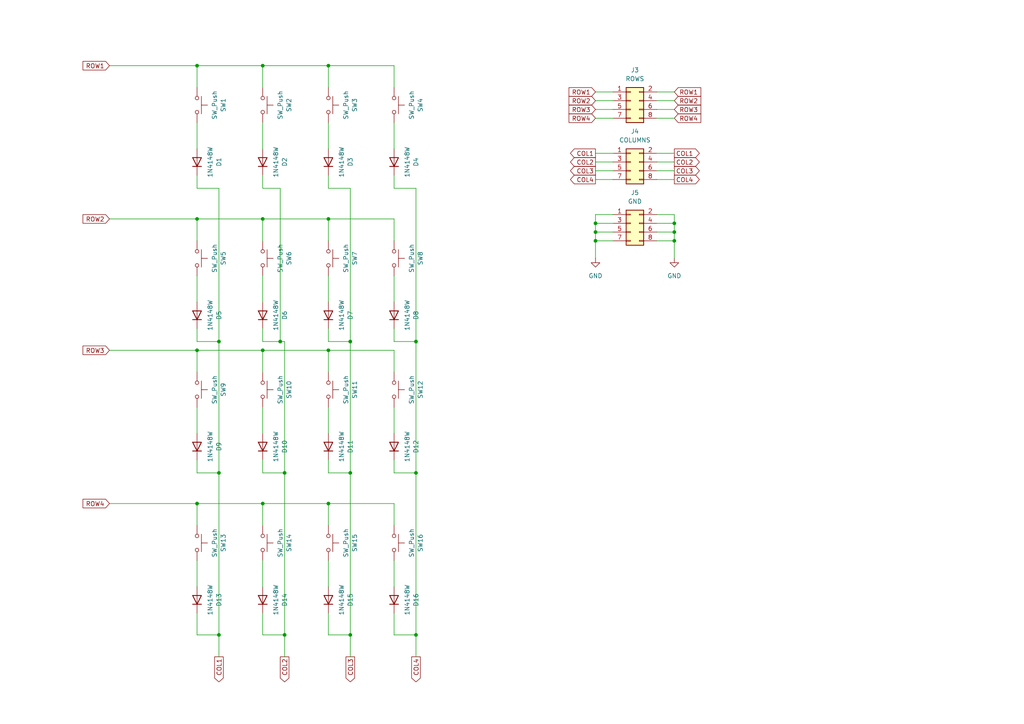
<source format=kicad_sch>
(kicad_sch (version 20250114) (generator "eeschema") (generator_version "9.0")
  (paper "A4")
  (lib_symbols
    (symbol "Connector_Generic:Conn_02x04_Odd_Even" (pin_names (offset 1.016) (hide yes))
      (property "Reference" "J" (at 1.27 5.08 0))
      (property "Value" "Conn_02x04_Odd_Even" (at 1.27 -7.62 0))
      (symbol "Conn_02x04_Odd_Even_1_1"
        (rectangle (start -1.27 3.81) (end 3.81 -6.35) (stroke (width 0.254)) (fill (type background)))
        (rectangle (start -1.27 2.667) (end 0 2.413) (stroke (width 0.1524)))
        (rectangle (start -1.27 0.127) (end 0 -0.127) (stroke (width 0.1524)))
        (rectangle (start -1.27 -2.413) (end 0 -2.667) (stroke (width 0.1524)))
        (rectangle (start -1.27 -4.953) (end 0 -5.207) (stroke (width 0.1524)))
        (rectangle (start 3.81 2.667) (end 2.54 2.413) (stroke (width 0.1524)))
        (rectangle (start 3.81 0.127) (end 2.54 -0.127) (stroke (width 0.1524)))
        (rectangle (start 3.81 -2.413) (end 2.54 -2.667) (stroke (width 0.1524)))
        (rectangle (start 3.81 -4.953) (end 2.54 -5.207) (stroke (width 0.1524)))
        (pin passive line (at -5.08 2.54 0) (length 3.81) (name "Pin_1") (number "1"))
        (pin passive line (at -5.08 0 0) (length 3.81) (name "Pin_3") (number "3"))
        (pin passive line (at -5.08 -2.54 0) (length 3.81) (name "Pin_5") (number "5"))
        (pin passive line (at -5.08 -5.08 0) (length 3.81) (name "Pin_7") (number "7"))
        (pin passive line (at 7.62 2.54 180) (length 3.81) (name "Pin_2") (number "2"))
        (pin passive line (at 7.62 0 180) (length 3.81) (name "Pin_4") (number "4"))
        (pin passive line (at 7.62 -2.54 180) (length 3.81) (name "Pin_6") (number "6"))
        (pin passive line (at 7.62 -5.08 180) (length 3.81) (name "Pin_8") (number "8"))
      )
    )
    (symbol "Diode:1N4148W" (pin_numbers (hide yes)) (pin_names (hide yes))
      (property "Reference" "D" (at 0 2.54 0))
      (property "Value" "1N4148W" (at 0 -2.54 0))
      (symbol "1N4148W_0_1"
        (polyline (pts (xy -1.27 1.27) (xy -1.27 -1.27)) (stroke (width 0.254)))
        (polyline (pts (xy 1.27 1.27) (xy 1.27 -1.27) (xy -1.27 0) (xy 1.27 1.27)) (stroke (width 0.254)))
        (polyline (pts (xy 1.27 0) (xy -1.27 0)))
      )
      (symbol "1N4148W_1_1"
        (pin passive line (at -3.81 0 0) (length 2.54) (name "K") (number "1"))
        (pin passive line (at 3.81 0 180) (length 2.54) (name "A") (number "2"))
      )
    )
    (symbol "Switch:SW_Push" (pin_numbers (hide yes)) (pin_names (offset 1.016) (hide yes))
      (property "Reference" "SW" (at 1.27 2.54 0))
      (property "Value" "SW_Push" (at 0 -1.524 0))
      (symbol "SW_Push_0_1"
        (circle (center -2.032 0) (radius 0.508))
        (polyline (pts (xy 0 1.27) (xy 0 3.048)))
        (circle (center 2.032 0) (radius 0.508))
        (polyline (pts (xy 2.54 1.27) (xy -2.54 1.27)))
        (pin passive line (at -5.08 0 0) (length 2.54) (name "1") (number "1"))
        (pin passive line (at 5.08 0 180) (length 2.54) (name "2") (number "2"))
      )
    )
    (symbol "power:GND" (power) (pin_numbers (hide yes)) (pin_names (offset 0) (hide yes))
      (property "Value" "GND" (at 0 -3.81 0))
      (symbol "GND_0_1"
        (polyline (pts (xy 0 0) (xy 0 -1.27) (xy 1.27 -1.27) (xy 0 -2.54) (xy -1.27 -1.27) (xy 0 -1.27)))
      )
      (symbol "GND_1_1"
        (pin power_in line (at 0 0 270) (length 0) (name "~") (number "1"))
      )
    )
  )
  (junction (at 101.6 99.06))
  (junction (at 82.55 184.15))
  (junction (at 120.65 99.06))
  (junction (at 195.58 67.31))
  (junction (at 95.25 63.5))
  (junction (at 101.6 137.16))
  (junction (at 172.72 64.77))
  (junction (at 76.2 146.05))
  (junction (at 95.25 101.6))
  (junction (at 76.2 19.05))
  (junction (at 57.15 63.5))
  (junction (at 63.5 137.16))
  (junction (at 172.72 69.85))
  (junction (at 82.55 137.16))
  (junction (at 57.15 101.6))
  (junction (at 195.58 69.85))
  (junction (at 120.65 184.15))
  (junction (at 95.25 146.05))
  (junction (at 195.58 64.77))
  (junction (at 57.15 19.05))
  (junction (at 57.15 146.05))
  (junction (at 95.25 19.05))
  (junction (at 101.6 184.15))
  (junction (at 63.5 99.06))
  (junction (at 76.2 101.6))
  (junction (at 63.5 184.15))
  (junction (at 120.65 137.16))
  (junction (at 76.2 63.5))
  (junction (at 172.72 67.31))
  (junction (at 81.28 99.06))
  (wire (pts (xy 114.3 137.16) (xy 120.65 137.16)))
  (wire (pts (xy 76.2 54.61) (xy 76.2 50.8)))
  (wire (pts (xy 57.15 118.11) (xy 57.15 125.73)))
  (wire (pts (xy 95.25 95.25) (xy 95.25 99.06)))
  (wire (pts (xy 101.6 54.61) (xy 95.25 54.61)))
  (wire (pts (xy 114.3 152.4) (xy 114.3 146.05)))
  (wire (pts (xy 172.72 64.77) (xy 172.72 67.31)))
  (wire (pts (xy 76.2 118.11) (xy 76.2 125.73)))
  (wire (pts (xy 57.15 184.15) (xy 63.5 184.15)))
  (wire (pts (xy 114.3 54.61) (xy 114.3 50.8)))
  (wire (pts (xy 114.3 69.85) (xy 114.3 63.5)))
  (wire (pts (xy 95.25 19.05) (xy 95.25 25.4)))
  (wire (pts (xy 57.15 19.05) (xy 76.2 19.05)))
  (wire (pts (xy 82.55 184.15) (xy 82.55 190.5)))
  (wire (pts (xy 114.3 99.06) (xy 120.65 99.06)))
  (wire (pts (xy 114.3 101.6) (xy 95.25 101.6)))
  (wire (pts (xy 195.58 64.77) (xy 195.58 67.31)))
  (wire (pts (xy 172.72 34.29) (xy 177.8 34.29)))
  (wire (pts (xy 95.25 146.05) (xy 76.2 146.05)))
  (wire (pts (xy 195.58 26.67) (xy 190.5 26.67)))
  (wire (pts (xy 57.15 101.6) (xy 57.15 107.95)))
  (wire (pts (xy 76.2 184.15) (xy 82.55 184.15)))
  (wire (pts (xy 114.3 35.56) (xy 114.3 43.18)))
  (wire (pts (xy 81.28 99.06) (xy 82.55 99.06)))
  (wire (pts (xy 95.25 107.95) (xy 95.25 101.6)))
  (wire (pts (xy 120.65 137.16) (xy 120.65 184.15)))
  (wire (pts (xy 63.5 137.16) (xy 63.5 184.15)))
  (wire (pts (xy 82.55 99.06) (xy 82.55 137.16)))
  (wire (pts (xy 63.5 99.06) (xy 63.5 137.16)))
  (wire (pts (xy 172.72 44.45) (xy 177.8 44.45)))
  (wire (pts (xy 195.58 34.29) (xy 190.5 34.29)))
  (wire (pts (xy 95.25 101.6) (xy 76.2 101.6)))
  (wire (pts (xy 195.58 62.23) (xy 190.5 62.23)))
  (wire (pts (xy 195.58 49.53) (xy 190.5 49.53)))
  (wire (pts (xy 114.3 118.11) (xy 114.3 125.73)))
  (wire (pts (xy 195.58 62.23) (xy 195.58 64.77)))
  (wire (pts (xy 195.58 52.07) (xy 190.5 52.07)))
  (wire (pts (xy 76.2 19.05) (xy 76.2 25.4)))
  (wire (pts (xy 76.2 133.35) (xy 76.2 137.16)))
  (wire (pts (xy 172.72 69.85) (xy 177.8 69.85)))
  (wire (pts (xy 172.72 49.53) (xy 177.8 49.53)))
  (wire (pts (xy 31.75 19.05) (xy 57.15 19.05)))
  (wire (pts (xy 172.72 62.23) (xy 172.72 64.77)))
  (wire (pts (xy 57.15 80.01) (xy 57.15 87.63)))
  (wire (pts (xy 95.25 162.56) (xy 95.25 170.18)))
  (wire (pts (xy 76.2 101.6) (xy 57.15 101.6)))
  (wire (pts (xy 172.72 64.77) (xy 177.8 64.77)))
  (wire (pts (xy 120.65 99.06) (xy 120.65 137.16)))
  (wire (pts (xy 76.2 19.05) (xy 95.25 19.05)))
  (wire (pts (xy 57.15 35.56) (xy 57.15 43.18)))
  (wire (pts (xy 120.65 54.61) (xy 114.3 54.61)))
  (wire (pts (xy 82.55 137.16) (xy 82.55 184.15)))
  (wire (pts (xy 57.15 54.61) (xy 57.15 50.8)))
  (wire (pts (xy 101.6 137.16) (xy 101.6 184.15)))
  (wire (pts (xy 172.72 46.99) (xy 177.8 46.99)))
  (wire (pts (xy 95.25 35.56) (xy 95.25 43.18)))
  (wire (pts (xy 114.3 19.05) (xy 114.3 25.4)))
  (wire (pts (xy 95.25 118.11) (xy 95.25 125.73)))
  (wire (pts (xy 114.3 184.15) (xy 120.65 184.15)))
  (wire (pts (xy 57.15 63.5) (xy 57.15 69.85)))
  (wire (pts (xy 63.5 184.15) (xy 63.5 190.5)))
  (wire (pts (xy 95.25 69.85) (xy 95.25 63.5)))
  (wire (pts (xy 76.2 95.25) (xy 76.2 99.06)))
  (wire (pts (xy 95.25 137.16) (xy 101.6 137.16)))
  (wire (pts (xy 76.2 80.01) (xy 76.2 87.63)))
  (wire (pts (xy 195.58 64.77) (xy 190.5 64.77)))
  (wire (pts (xy 57.15 99.06) (xy 63.5 99.06)))
  (wire (pts (xy 57.15 177.8) (xy 57.15 184.15)))
  (wire (pts (xy 81.28 54.61) (xy 76.2 54.61)))
  (wire (pts (xy 195.58 69.85) (xy 190.5 69.85)))
  (wire (pts (xy 63.5 54.61) (xy 63.5 99.06)))
  (wire (pts (xy 57.15 146.05) (xy 57.15 152.4)))
  (wire (pts (xy 57.15 162.56) (xy 57.15 170.18)))
  (wire (pts (xy 172.72 62.23) (xy 177.8 62.23)))
  (wire (pts (xy 95.25 19.05) (xy 114.3 19.05)))
  (wire (pts (xy 101.6 99.06) (xy 101.6 137.16)))
  (wire (pts (xy 172.72 67.31) (xy 172.72 69.85)))
  (wire (pts (xy 172.72 52.07) (xy 177.8 52.07)))
  (wire (pts (xy 76.2 177.8) (xy 76.2 184.15)))
  (wire (pts (xy 172.72 26.67) (xy 177.8 26.67)))
  (wire (pts (xy 95.25 133.35) (xy 95.25 137.16)))
  (wire (pts (xy 95.25 63.5) (xy 76.2 63.5)))
  (wire (pts (xy 172.72 29.21) (xy 177.8 29.21)))
  (wire (pts (xy 114.3 95.25) (xy 114.3 99.06)))
  (wire (pts (xy 95.25 54.61) (xy 95.25 50.8)))
  (wire (pts (xy 95.25 152.4) (xy 95.25 146.05)))
  (wire (pts (xy 195.58 29.21) (xy 190.5 29.21)))
  (wire (pts (xy 114.3 146.05) (xy 95.25 146.05)))
  (wire (pts (xy 57.15 95.25) (xy 57.15 99.06)))
  (wire (pts (xy 95.25 177.8) (xy 95.25 184.15)))
  (wire (pts (xy 81.28 54.61) (xy 81.28 99.06)))
  (wire (pts (xy 195.58 67.31) (xy 195.58 69.85)))
  (wire (pts (xy 76.2 162.56) (xy 76.2 170.18)))
  (wire (pts (xy 114.3 162.56) (xy 114.3 170.18)))
  (wire (pts (xy 195.58 46.99) (xy 190.5 46.99)))
  (wire (pts (xy 57.15 19.05) (xy 57.15 25.4)))
  (wire (pts (xy 76.2 63.5) (xy 57.15 63.5)))
  (wire (pts (xy 63.5 54.61) (xy 57.15 54.61)))
  (wire (pts (xy 76.2 146.05) (xy 57.15 146.05)))
  (wire (pts (xy 114.3 63.5) (xy 95.25 63.5)))
  (wire (pts (xy 31.75 101.6) (xy 57.15 101.6)))
  (wire (pts (xy 195.58 44.45) (xy 190.5 44.45)))
  (wire (pts (xy 101.6 184.15) (xy 101.6 190.5)))
  (wire (pts (xy 114.3 177.8) (xy 114.3 184.15)))
  (wire (pts (xy 95.25 99.06) (xy 101.6 99.06)))
  (wire (pts (xy 172.72 67.31) (xy 177.8 67.31)))
  (wire (pts (xy 114.3 107.95) (xy 114.3 101.6)))
  (wire (pts (xy 76.2 99.06) (xy 81.28 99.06)))
  (wire (pts (xy 57.15 137.16) (xy 63.5 137.16)))
  (wire (pts (xy 195.58 31.75) (xy 190.5 31.75)))
  (wire (pts (xy 76.2 35.56) (xy 76.2 43.18)))
  (wire (pts (xy 31.75 63.5) (xy 57.15 63.5)))
  (wire (pts (xy 114.3 80.01) (xy 114.3 87.63)))
  (wire (pts (xy 76.2 69.85) (xy 76.2 63.5)))
  (wire (pts (xy 95.25 184.15) (xy 101.6 184.15)))
  (wire (pts (xy 114.3 133.35) (xy 114.3 137.16)))
  (wire (pts (xy 76.2 107.95) (xy 76.2 101.6)))
  (wire (pts (xy 57.15 133.35) (xy 57.15 137.16)))
  (wire (pts (xy 95.25 80.01) (xy 95.25 87.63)))
  (wire (pts (xy 172.72 31.75) (xy 177.8 31.75)))
  (wire (pts (xy 101.6 54.61) (xy 101.6 99.06)))
  (wire (pts (xy 31.75 146.05) (xy 57.15 146.05)))
  (wire (pts (xy 76.2 137.16) (xy 82.55 137.16)))
  (wire (pts (xy 195.58 67.31) (xy 190.5 67.31)))
  (wire (pts (xy 172.72 69.85) (xy 172.72 74.93)))
  (wire (pts (xy 120.65 54.61) (xy 120.65 99.06)))
  (wire (pts (xy 120.65 184.15) (xy 120.65 190.5)))
  (wire (pts (xy 195.58 69.85) (xy 195.58 74.93)))
  (wire (pts (xy 76.2 152.4) (xy 76.2 146.05)))
  (global_label "ROW4" (shape input) (at 172.72 34.29 180) (property "Intersheetrefs" "${INTERSHEET_REFS}" (effects (hide yes))))
  (global_label "ROW3" (shape input) (at 31.75 101.6 180) (property "Intersheetrefs" "${INTERSHEET_REFS}" (effects (hide yes))))
  (global_label "ROW2" (shape input) (at 172.72 29.21 180) (property "Intersheetrefs" "${INTERSHEET_REFS}" (effects (hide yes))))
  (global_label "COL2" (shape output) (at 172.72 46.99 180) (property "Intersheetrefs" "${INTERSHEET_REFS}" (effects (hide yes))))
  (global_label "COL4" (shape output) (at 120.65 190.5 270) (property "Intersheetrefs" "${INTERSHEET_REFS}" (effects (hide yes))))
  (global_label "COL4" (shape output) (at 172.72 52.07 180) (property "Intersheetrefs" "${INTERSHEET_REFS}" (effects (hide yes))))
  (global_label "COL1" (shape output) (at 172.72 44.45 180) (property "Intersheetrefs" "${INTERSHEET_REFS}" (effects (hide yes))))
  (global_label "COL2" (shape output) (at 195.58 46.99 0) (property "Intersheetrefs" "${INTERSHEET_REFS}" (effects (hide yes))))
  (global_label "COL2" (shape output) (at 82.55 190.5 270) (property "Intersheetrefs" "${INTERSHEET_REFS}" (effects (hide yes))))
  (global_label "ROW3" (shape input) (at 195.58 31.75 0) (property "Intersheetrefs" "${INTERSHEET_REFS}" (effects (hide yes))))
  (global_label "ROW4" (shape input) (at 195.58 34.29 0) (property "Intersheetrefs" "${INTERSHEET_REFS}" (effects (hide yes))))
  (global_label "ROW2" (shape input) (at 195.58 29.21 0) (property "Intersheetrefs" "${INTERSHEET_REFS}" (effects (hide yes))))
  (global_label "COL3" (shape output) (at 172.72 49.53 180) (property "Intersheetrefs" "${INTERSHEET_REFS}" (effects (hide yes))))
  (global_label "ROW4" (shape input) (at 31.75 146.05 180) (property "Intersheetrefs" "${INTERSHEET_REFS}" (effects (hide yes))))
  (global_label "ROW1" (shape input) (at 172.72 26.67 180) (property "Intersheetrefs" "${INTERSHEET_REFS}" (effects (hide yes))))
  (global_label "COL3" (shape output) (at 101.6 190.5 270) (property "Intersheetrefs" "${INTERSHEET_REFS}" (effects (hide yes))))
  (global_label "COL3" (shape output) (at 195.58 49.53 0) (property "Intersheetrefs" "${INTERSHEET_REFS}" (effects (hide yes))))
  (global_label "COL4" (shape output) (at 195.58 52.07 0) (property "Intersheetrefs" "${INTERSHEET_REFS}" (effects (hide yes))))
  (global_label "ROW3" (shape input) (at 172.72 31.75 180) (property "Intersheetrefs" "${INTERSHEET_REFS}" (effects (hide yes))))
  (global_label "COL1" (shape output) (at 63.5 190.5 270) (property "Intersheetrefs" "${INTERSHEET_REFS}" (effects (hide yes))))
  (global_label "COL1" (shape output) (at 195.58 44.45 0) (property "Intersheetrefs" "${INTERSHEET_REFS}" (effects (hide yes))))
  (global_label "ROW2" (shape input) (at 31.75 63.5 180) (property "Intersheetrefs" "${INTERSHEET_REFS}" (effects (hide yes))))
  (global_label "ROW1" (shape input) (at 31.75 19.05 180) (property "Intersheetrefs" "${INTERSHEET_REFS}" (effects (hide yes))))
  (global_label "ROW1" (shape input) (at 195.58 26.67 0) (property "Intersheetrefs" "${INTERSHEET_REFS}" (effects (hide yes))))
  (symbol (lib_id "Switch:SW_Push") (at 57.15 157.48 270) (unit 1)
    (property "Reference" "SW13" (at 64.77 157.48 0))
    (property "Value" "SW_Push" (at 62.23 157.48 0))
    (property "Footprint" "Button_Switch_THT:SW_PUSH_6mm" (effects (hide yes)))
    (property "Description" "Push button switch, generic, two pins" (effects (hide yes)))
  )
  (symbol (lib_id "Diode:1N4148W") (at 95.25 173.99 90) (unit 1)
    (property "Reference" "D15" (at 101.6 173.99 0))
    (property "Value" "1N4148W" (at 99.06 173.99 0))
    (property "Footprint" "Diode_SMD:D_SOD-123" (effects (hide yes)))
    (property "Datasheet" "https://www.vishay.com/docs/85748/1n4148w.pdf" (effects (hide yes)))
    (property "Description" "75V 0.15A Fast Switching Diode, SOD-123" (effects (hide yes)))
    (property "Sim.Device" "D" (effects (hide yes)))
    (property "Sim.Pins" "1=K 2=A" (effects (hide yes)))
  )
  (symbol (lib_id "Switch:SW_Push") (at 114.3 74.93 270) (unit 1)
    (property "Reference" "SW8" (at 121.92 74.93 0))
    (property "Value" "SW_Push" (at 119.38 74.93 0))
    (property "Footprint" "Button_Switch_THT:SW_PUSH_6mm" (effects (hide yes)))
    (property "Description" "Push button switch, generic, two pins" (effects (hide yes)))
  )
  (symbol (lib_id "Diode:1N4148W") (at 114.3 129.54 90) (unit 1)
    (property "Reference" "D12" (at 120.65 129.54 0))
    (property "Value" "1N4148W" (at 118.11 129.54 0))
    (property "Footprint" "Diode_SMD:D_SOD-123" (effects (hide yes)))
    (property "Datasheet" "https://www.vishay.com/docs/85748/1n4148w.pdf" (effects (hide yes)))
    (property "Description" "75V 0.15A Fast Switching Diode, SOD-123" (effects (hide yes)))
    (property "Sim.Device" "D" (effects (hide yes)))
    (property "Sim.Pins" "1=K 2=A" (effects (hide yes)))
  )
  (symbol (lib_id "Diode:1N4148W") (at 95.25 46.99 90) (unit 1)
    (property "Reference" "D3" (at 101.6 46.99 0))
    (property "Value" "1N4148W" (at 99.06 46.99 0))
    (property "Footprint" "Diode_SMD:D_SOD-123" (effects (hide yes)))
    (property "Datasheet" "https://www.vishay.com/docs/85748/1n4148w.pdf" (effects (hide yes)))
    (property "Description" "75V 0.15A Fast Switching Diode, SOD-123" (effects (hide yes)))
    (property "Sim.Device" "D" (effects (hide yes)))
    (property "Sim.Pins" "1=K 2=A" (effects (hide yes)))
  )
  (symbol (lib_id "Switch:SW_Push") (at 95.25 157.48 270) (unit 1)
    (property "Reference" "SW15" (at 102.87 157.48 0))
    (property "Value" "SW_Push" (at 100.33 157.48 0))
    (property "Footprint" "Button_Switch_THT:SW_PUSH_6mm" (effects (hide yes)))
    (property "Description" "Push button switch, generic, two pins" (effects (hide yes)))
  )
  (symbol (lib_id "power:GND") (at 195.58 74.93 0) (unit 1)
    (property "Reference" "#PWR02" (effects (hide yes)))
    (property "Value" "GND" (at 195.58 80.01 0))
    (property "Description" "Power symbol creates a global label with name \"GND\" , ground" (effects (hide yes)))
  )
  (symbol (lib_id "Connector_Generic:Conn_02x04_Odd_Even") (at 182.88 29.21 0) (unit 1)
    (property "Reference" "J3" (at 184.15 20.32 0))
    (property "Value" "ROWS" (at 184.15 22.86 0))
    (property "Footprint" "Connector_PinHeader_2.54mm:PinHeader_2x04_P2.54mm_Vertical" (effects (hide yes)))
    (property "Description" "Generic connector, double row, 02x04, odd/even pin numbering scheme (row 1 odd numbers, row 2 even numbers), script generated (kicad-library-utils/schlib/autogen/connector/)" (effects (hide yes)))
  )
  (symbol (lib_id "Connector_Generic:Conn_02x04_Odd_Even") (at 182.88 64.77 0) (unit 1)
    (property "Reference" "J5" (at 184.15 55.88 0))
    (property "Value" "GND" (at 184.15 58.42 0))
    (property "Footprint" "Connector_PinHeader_2.54mm:PinHeader_2x04_P2.54mm_Vertical" (effects (hide yes)))
    (property "Description" "Generic connector, double row, 02x04, odd/even pin numbering scheme (row 1 odd numbers, row 2 even numbers), script generated (kicad-library-utils/schlib/autogen/connector/)" (effects (hide yes)))
  )
  (symbol (lib_id "Diode:1N4148W") (at 114.3 173.99 90) (unit 1)
    (property "Reference" "D16" (at 120.65 173.99 0))
    (property "Value" "1N4148W" (at 118.11 173.99 0))
    (property "Footprint" "Diode_SMD:D_SOD-123" (effects (hide yes)))
    (property "Datasheet" "https://www.vishay.com/docs/85748/1n4148w.pdf" (effects (hide yes)))
    (property "Description" "75V 0.15A Fast Switching Diode, SOD-123" (effects (hide yes)))
    (property "Sim.Device" "D" (effects (hide yes)))
    (property "Sim.Pins" "1=K 2=A" (effects (hide yes)))
  )
  (symbol (lib_id "Switch:SW_Push") (at 95.25 74.93 270) (unit 1)
    (property "Reference" "SW7" (at 102.87 74.93 0))
    (property "Value" "SW_Push" (at 100.33 74.93 0))
    (property "Footprint" "Button_Switch_THT:SW_PUSH_6mm" (effects (hide yes)))
    (property "Description" "Push button switch, generic, two pins" (effects (hide yes)))
  )
  (symbol (lib_id "Diode:1N4148W") (at 76.2 173.99 90) (unit 1)
    (property "Reference" "D14" (at 82.55 173.99 0))
    (property "Value" "1N4148W" (at 80.01 173.99 0))
    (property "Footprint" "Diode_SMD:D_SOD-123" (effects (hide yes)))
    (property "Datasheet" "https://www.vishay.com/docs/85748/1n4148w.pdf" (effects (hide yes)))
    (property "Description" "75V 0.15A Fast Switching Diode, SOD-123" (effects (hide yes)))
    (property "Sim.Device" "D" (effects (hide yes)))
    (property "Sim.Pins" "1=K 2=A" (effects (hide yes)))
  )
  (symbol (lib_id "Diode:1N4148W") (at 57.15 91.44 90) (unit 1)
    (property "Reference" "D5" (at 63.5 91.44 0))
    (property "Value" "1N4148W" (at 60.96 91.44 0))
    (property "Footprint" "Diode_SMD:D_SOD-123" (effects (hide yes)))
    (property "Datasheet" "https://www.vishay.com/docs/85748/1n4148w.pdf" (effects (hide yes)))
    (property "Description" "75V 0.15A Fast Switching Diode, SOD-123" (effects (hide yes)))
    (property "Sim.Device" "D" (effects (hide yes)))
    (property "Sim.Pins" "1=K 2=A" (effects (hide yes)))
  )
  (symbol (lib_id "Switch:SW_Push") (at 76.2 157.48 270) (unit 1)
    (property "Reference" "SW14" (at 83.82 157.48 0))
    (property "Value" "SW_Push" (at 81.28 157.48 0))
    (property "Footprint" "Button_Switch_THT:SW_PUSH_6mm" (effects (hide yes)))
    (property "Description" "Push button switch, generic, two pins" (effects (hide yes)))
  )
  (symbol (lib_id "Switch:SW_Push") (at 57.15 74.93 270) (unit 1)
    (property "Reference" "SW5" (at 64.77 74.93 0))
    (property "Value" "SW_Push" (at 62.23 74.93 0))
    (property "Footprint" "Button_Switch_THT:SW_PUSH_6mm" (effects (hide yes)))
    (property "Description" "Push button switch, generic, two pins" (effects (hide yes)))
  )
  (symbol (lib_id "Diode:1N4148W") (at 76.2 91.44 90) (unit 1)
    (property "Reference" "D6" (at 82.55 91.44 0))
    (property "Value" "1N4148W" (at 80.01 91.44 0))
    (property "Footprint" "Diode_SMD:D_SOD-123" (effects (hide yes)))
    (property "Datasheet" "https://www.vishay.com/docs/85748/1n4148w.pdf" (effects (hide yes)))
    (property "Description" "75V 0.15A Fast Switching Diode, SOD-123" (effects (hide yes)))
    (property "Sim.Device" "D" (effects (hide yes)))
    (property "Sim.Pins" "1=K 2=A" (effects (hide yes)))
  )
  (symbol (lib_id "Switch:SW_Push") (at 95.25 113.03 270) (unit 1)
    (property "Reference" "SW11" (at 102.87 113.03 0))
    (property "Value" "SW_Push" (at 100.33 113.03 0))
    (property "Footprint" "Button_Switch_THT:SW_PUSH_6mm" (effects (hide yes)))
    (property "Description" "Push button switch, generic, two pins" (effects (hide yes)))
  )
  (symbol (lib_id "Switch:SW_Push") (at 95.25 30.48 270) (unit 1)
    (property "Reference" "SW3" (at 102.87 30.48 0))
    (property "Value" "SW_Push" (at 100.33 30.48 0))
    (property "Footprint" "Button_Switch_THT:SW_PUSH_6mm" (effects (hide yes)))
    (property "Description" "Push button switch, generic, two pins" (effects (hide yes)))
  )
  (symbol (lib_id "Diode:1N4148W") (at 76.2 46.99 90) (unit 1)
    (property "Reference" "D2" (at 82.55 46.99 0))
    (property "Value" "1N4148W" (at 80.01 46.99 0))
    (property "Footprint" "Diode_SMD:D_SOD-123" (effects (hide yes)))
    (property "Datasheet" "https://www.vishay.com/docs/85748/1n4148w.pdf" (effects (hide yes)))
    (property "Description" "75V 0.15A Fast Switching Diode, SOD-123" (effects (hide yes)))
    (property "Sim.Device" "D" (effects (hide yes)))
    (property "Sim.Pins" "1=K 2=A" (effects (hide yes)))
  )
  (symbol (lib_id "Connector_Generic:Conn_02x04_Odd_Even") (at 182.88 46.99 0) (unit 1)
    (property "Reference" "J4" (at 184.15 38.1 0))
    (property "Value" "COLUMNS" (at 184.15 40.64 0))
    (property "Footprint" "Connector_PinHeader_2.54mm:PinHeader_2x04_P2.54mm_Vertical" (effects (hide yes)))
    (property "Description" "Generic connector, double row, 02x04, odd/even pin numbering scheme (row 1 odd numbers, row 2 even numbers), script generated (kicad-library-utils/schlib/autogen/connector/)" (effects (hide yes)))
  )
  (symbol (lib_id "Switch:SW_Push") (at 57.15 30.48 270) (unit 1)
    (property "Reference" "SW1" (at 64.77 30.48 0))
    (property "Value" "SW_Push" (at 62.23 30.48 0))
    (property "Footprint" "Button_Switch_THT:SW_PUSH_6mm" (effects (hide yes)))
    (property "Description" "Push button switch, generic, two pins" (effects (hide yes)))
  )
  (symbol (lib_id "Switch:SW_Push") (at 76.2 30.48 270) (unit 1)
    (property "Reference" "SW2" (at 83.82 30.48 0))
    (property "Value" "SW_Push" (at 81.28 30.48 0))
    (property "Footprint" "Button_Switch_THT:SW_PUSH_6mm" (effects (hide yes)))
    (property "Description" "Push button switch, generic, two pins" (effects (hide yes)))
  )
  (symbol (lib_id "Switch:SW_Push") (at 57.15 113.03 270) (unit 1)
    (property "Reference" "SW9" (at 64.77 113.03 0))
    (property "Value" "SW_Push" (at 62.23 113.03 0))
    (property "Footprint" "Button_Switch_THT:SW_PUSH_6mm" (effects (hide yes)))
    (property "Description" "Push button switch, generic, two pins" (effects (hide yes)))
  )
  (symbol (lib_id "Diode:1N4148W") (at 76.2 129.54 90) (unit 1)
    (property "Reference" "D10" (at 82.55 129.54 0))
    (property "Value" "1N4148W" (at 80.01 129.54 0))
    (property "Footprint" "Diode_SMD:D_SOD-123" (effects (hide yes)))
    (property "Datasheet" "https://www.vishay.com/docs/85748/1n4148w.pdf" (effects (hide yes)))
    (property "Description" "75V 0.15A Fast Switching Diode, SOD-123" (effects (hide yes)))
    (property "Sim.Device" "D" (effects (hide yes)))
    (property "Sim.Pins" "1=K 2=A" (effects (hide yes)))
  )
  (symbol (lib_id "Switch:SW_Push") (at 114.3 113.03 270) (unit 1)
    (property "Reference" "SW12" (at 121.92 113.03 0))
    (property "Value" "SW_Push" (at 119.38 113.03 0))
    (property "Footprint" "Button_Switch_THT:SW_PUSH_6mm" (effects (hide yes)))
    (property "Description" "Push button switch, generic, two pins" (effects (hide yes)))
  )
  (symbol (lib_id "power:GND") (at 172.72 74.93 0) (unit 1)
    (property "Reference" "#PWR01" (effects (hide yes)))
    (property "Value" "GND" (at 172.72 80.01 0))
    (property "Description" "Power symbol creates a global label with name \"GND\" , ground" (effects (hide yes)))
  )
  (symbol (lib_id "Diode:1N4148W") (at 95.25 91.44 90) (unit 1)
    (property "Reference" "D7" (at 101.6 91.44 0))
    (property "Value" "1N4148W" (at 99.06 91.44 0))
    (property "Footprint" "Diode_SMD:D_SOD-123" (effects (hide yes)))
    (property "Datasheet" "https://www.vishay.com/docs/85748/1n4148w.pdf" (effects (hide yes)))
    (property "Description" "75V 0.15A Fast Switching Diode, SOD-123" (effects (hide yes)))
    (property "Sim.Device" "D" (effects (hide yes)))
    (property "Sim.Pins" "1=K 2=A" (effects (hide yes)))
  )
  (symbol (lib_id "Switch:SW_Push") (at 114.3 30.48 270) (unit 1)
    (property "Reference" "SW4" (at 121.92 30.48 0))
    (property "Value" "SW_Push" (at 119.38 30.48 0))
    (property "Footprint" "Button_Switch_THT:SW_PUSH_6mm" (effects (hide yes)))
    (property "Description" "Push button switch, generic, two pins" (effects (hide yes)))
  )
  (symbol (lib_id "Diode:1N4148W") (at 95.25 129.54 90) (unit 1)
    (property "Reference" "D11" (at 101.6 129.54 0))
    (property "Value" "1N4148W" (at 99.06 129.54 0))
    (property "Footprint" "Diode_SMD:D_SOD-123" (effects (hide yes)))
    (property "Datasheet" "https://www.vishay.com/docs/85748/1n4148w.pdf" (effects (hide yes)))
    (property "Description" "75V 0.15A Fast Switching Diode, SOD-123" (effects (hide yes)))
    (property "Sim.Device" "D" (effects (hide yes)))
    (property "Sim.Pins" "1=K 2=A" (effects (hide yes)))
  )
  (symbol (lib_id "Diode:1N4148W") (at 57.15 173.99 90) (unit 1)
    (property "Reference" "D13" (at 63.5 173.99 0))
    (property "Value" "1N4148W" (at 60.96 173.99 0))
    (property "Footprint" "Diode_SMD:D_SOD-123" (effects (hide yes)))
    (property "Datasheet" "https://www.vishay.com/docs/85748/1n4148w.pdf" (effects (hide yes)))
    (property "Description" "75V 0.15A Fast Switching Diode, SOD-123" (effects (hide yes)))
    (property "Sim.Device" "D" (effects (hide yes)))
    (property "Sim.Pins" "1=K 2=A" (effects (hide yes)))
  )
  (symbol (lib_id "Diode:1N4148W") (at 57.15 46.99 90) (unit 1)
    (property "Reference" "D1" (at 63.5 46.99 0))
    (property "Value" "1N4148W" (at 60.96 46.99 0))
    (property "Footprint" "Diode_SMD:D_SOD-123" (effects (hide yes)))
    (property "Datasheet" "https://www.vishay.com/docs/85748/1n4148w.pdf" (effects (hide yes)))
    (property "Description" "75V 0.15A Fast Switching Diode, SOD-123" (effects (hide yes)))
    (property "Sim.Device" "D" (effects (hide yes)))
    (property "Sim.Pins" "1=K 2=A" (effects (hide yes)))
  )
  (symbol (lib_id "Switch:SW_Push") (at 76.2 113.03 270) (unit 1)
    (property "Reference" "SW10" (at 83.82 113.03 0))
    (property "Value" "SW_Push" (at 81.28 113.03 0))
    (property "Footprint" "Button_Switch_THT:SW_PUSH_6mm" (effects (hide yes)))
    (property "Description" "Push button switch, generic, two pins" (effects (hide yes)))
  )
  (symbol (lib_id "Diode:1N4148W") (at 57.15 129.54 90) (unit 1)
    (property "Reference" "D9" (at 63.5 129.54 0))
    (property "Value" "1N4148W" (at 60.96 129.54 0))
    (property "Footprint" "Diode_SMD:D_SOD-123" (effects (hide yes)))
    (property "Datasheet" "https://www.vishay.com/docs/85748/1n4148w.pdf" (effects (hide yes)))
    (property "Description" "75V 0.15A Fast Switching Diode, SOD-123" (effects (hide yes)))
    (property "Sim.Device" "D" (effects (hide yes)))
    (property "Sim.Pins" "1=K 2=A" (effects (hide yes)))
  )
  (symbol (lib_id "Diode:1N4148W") (at 114.3 91.44 90) (unit 1)
    (property "Reference" "D8" (at 120.65 91.44 0))
    (property "Value" "1N4148W" (at 118.11 91.44 0))
    (property "Footprint" "Diode_SMD:D_SOD-123" (effects (hide yes)))
    (property "Datasheet" "https://www.vishay.com/docs/85748/1n4148w.pdf" (effects (hide yes)))
    (property "Description" "75V 0.15A Fast Switching Diode, SOD-123" (effects (hide yes)))
    (property "Sim.Device" "D" (effects (hide yes)))
    (property "Sim.Pins" "1=K 2=A" (effects (hide yes)))
  )
  (symbol (lib_id "Switch:SW_Push") (at 76.2 74.93 270) (unit 1)
    (property "Reference" "SW6" (at 83.82 74.93 0))
    (property "Value" "SW_Push" (at 81.28 74.93 0))
    (property "Footprint" "Button_Switch_THT:SW_PUSH_6mm" (effects (hide yes)))
    (property "Description" "Push button switch, generic, two pins" (effects (hide yes)))
  )
  (symbol (lib_id "Diode:1N4148W") (at 114.3 46.99 90) (unit 1)
    (property "Reference" "D4" (at 120.65 46.99 0))
    (property "Value" "1N4148W" (at 118.11 46.99 0))
    (property "Footprint" "Diode_SMD:D_SOD-123" (effects (hide yes)))
    (property "Datasheet" "https://www.vishay.com/docs/85748/1n4148w.pdf" (effects (hide yes)))
    (property "Description" "75V 0.15A Fast Switching Diode, SOD-123" (effects (hide yes)))
    (property "Sim.Device" "D" (effects (hide yes)))
    (property "Sim.Pins" "1=K 2=A" (effects (hide yes)))
  )
  (symbol (lib_id "Switch:SW_Push") (at 114.3 157.48 270) (unit 1)
    (property "Reference" "SW16" (at 121.92 157.48 0))
    (property "Value" "SW_Push" (at 119.38 157.48 0))
    (property "Footprint" "Button_Switch_THT:SW_PUSH_6mm" (effects (hide yes)))
    (property "Description" "Push button switch, generic, two pins" (effects (hide yes)))
  )
)
</source>
